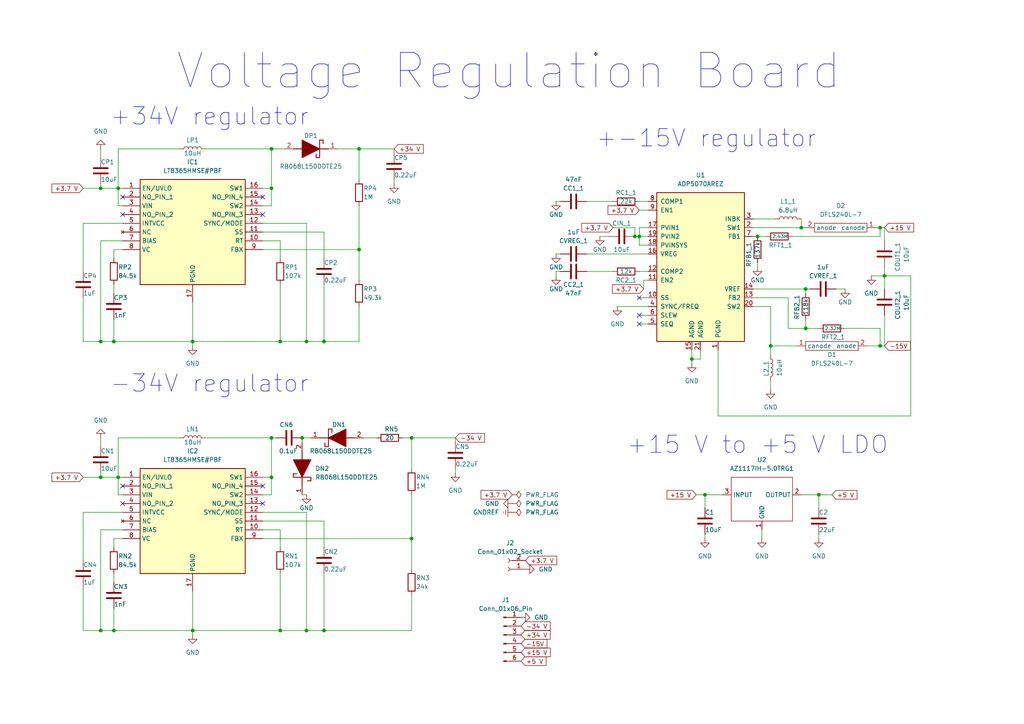
<source format=kicad_sch>
(kicad_sch (version 20230121) (generator eeschema)
  (paper "A4")
  (lib_symbols
    (symbol "Connector:Conn_01x02_Socket" (pin_names (offset 1.016) hide)
      (property "Reference" "J" (at 0 2.54 0))
      (property "Value" "Conn_01x02_Socket" (at 0 -5.08 0))
      (symbol "Conn_01x02_Socket_1_1"
        (arc (start 0 -2.032) (mid -0.5058 -2.54) (end 0 -3.048) (stroke (width 0.1524)))
        (polyline (pts (xy -1.27 -2.54) (xy -0.508 -2.54)) (stroke (width 0.1524)))
        (polyline (pts (xy -1.27 0) (xy -0.508 0)) (stroke (width 0.1524)))
        (arc (start 0 0.508) (mid -0.5058 0) (end 0 -0.508) (stroke (width 0.1524)))
        (pin passive line (at -5.08 0 0) (length 3.81) (name "Pin_1") (number "1"))
        (pin passive line (at -5.08 -2.54 0) (length 3.81) (name "Pin_2") (number "2"))
      )
    )
    (symbol "Connector:Conn_01x06_Pin" (pin_names (offset 1.016) hide)
      (property "Reference" "J" (at 0 7.62 0))
      (property "Value" "Conn_01x06_Pin" (at 0 -10.16 0))
      (symbol "Conn_01x06_Pin_1_1"
        (polyline (pts (xy 1.27 -7.62) (xy 0.8636 -7.62)) (stroke (width 0.1524)))
        (polyline (pts (xy 1.27 -5.08) (xy 0.8636 -5.08)) (stroke (width 0.1524)))
        (polyline (pts (xy 1.27 -2.54) (xy 0.8636 -2.54)) (stroke (width 0.1524)))
        (polyline (pts (xy 1.27 0) (xy 0.8636 0)) (stroke (width 0.1524)))
        (polyline (pts (xy 1.27 2.54) (xy 0.8636 2.54)) (stroke (width 0.1524)))
        (polyline (pts (xy 1.27 5.08) (xy 0.8636 5.08)) (stroke (width 0.1524)))
        (rectangle (start 0.8636 -7.493) (end 0 -7.747) (stroke (width 0.1524)) (fill (type outline)))
        (rectangle (start 0.8636 -4.953) (end 0 -5.207) (stroke (width 0.1524)) (fill (type outline)))
        (rectangle (start 0.8636 -2.413) (end 0 -2.667) (stroke (width 0.1524)) (fill (type outline)))
        (rectangle (start 0.8636 0.127) (end 0 -0.127) (stroke (width 0.1524)) (fill (type outline)))
        (rectangle (start 0.8636 2.667) (end 0 2.413) (stroke (width 0.1524)) (fill (type outline)))
        (rectangle (start 0.8636 5.207) (end 0 4.953) (stroke (width 0.1524)) (fill (type outline)))
        (pin passive line (at 5.08 5.08 180) (length 3.81) (name "Pin_1") (number "1"))
        (pin passive line (at 5.08 2.54 180) (length 3.81) (name "Pin_2") (number "2"))
        (pin passive line (at 5.08 0 180) (length 3.81) (name "Pin_3") (number "3"))
        (pin passive line (at 5.08 -2.54 180) (length 3.81) (name "Pin_4") (number "4"))
        (pin passive line (at 5.08 -5.08 180) (length 3.81) (name "Pin_5") (number "5"))
        (pin passive line (at 5.08 -7.62 180) (length 3.81) (name "Pin_6") (number "6"))
      )
    )
    (symbol "Device:C" (pin_numbers hide) (pin_names (offset 0.254))
      (property "Reference" "C" (at 0.635 2.54 0))
      (property "Value" "C" (at 0.635 -2.54 0))
      (symbol "C_0_1"
        (polyline (pts (xy -2.032 -0.762) (xy 2.032 -0.762)) (stroke (width 0.508)))
        (polyline (pts (xy -2.032 0.762) (xy 2.032 0.762)) (stroke (width 0.508)))
      )
      (symbol "C_1_1"
        (pin passive line (at 0 3.81 270) (length 2.794) (name "~") (number "1"))
        (pin passive line (at 0 -3.81 90) (length 2.794) (name "~") (number "2"))
      )
    )
    (symbol "Device:L" (pin_numbers hide) (pin_names (offset 1.016) hide)
      (property "Reference" "L" (at -1.27 0 90))
      (property "Value" "L" (at 1.905 0 90))
      (symbol "L_0_1"
        (arc (start 0 -2.54) (mid 0.6323 -1.905) (end 0 -1.27))
        (arc (start 0 -1.27) (mid 0.6323 -0.635) (end 0 0))
        (arc (start 0 0) (mid 0.6323 0.635) (end 0 1.27))
        (arc (start 0 1.27) (mid 0.6323 1.905) (end 0 2.54))
      )
      (symbol "L_1_1"
        (pin passive line (at 0 3.81 270) (length 1.27) (name "1") (number "1"))
        (pin passive line (at 0 -3.81 90) (length 1.27) (name "2") (number "2"))
      )
    )
    (symbol "Device:R" (pin_numbers hide) (pin_names (offset 0))
      (property "Reference" "R" (at 2.032 0 90))
      (property "Value" "R" (at 0 0 90))
      (symbol "R_0_1"
        (rectangle (start -1.016 -2.54) (end 1.016 2.54) (stroke (width 0.254)))
      )
      (symbol "R_1_1"
        (pin passive line (at 0 3.81 270) (length 1.27) (name "~") (number "1"))
        (pin passive line (at 0 -3.81 90) (length 1.27) (name "~") (number "2"))
      )
    )
    (symbol "Diode:DFLS240L-7"
      (property "Reference" "D" (at 3.81 6.35 0))
      (property "Value" "DFLS240L-7" (at 3.81 1.27 0))
      (symbol "DFLS240L-7_0_1"
        (rectangle (start -3.81 5.08) (end 11.43 2.54))
      )
      (symbol "DFLS240L-7_1_1"
        (pin passive line (at -6.35 3.81 0) (length 2.54) (name "canode") (number "1"))
        (pin passive line (at 13.97 3.81 180) (length 2.54) (name "anode") (number "2"))
      )
    )
    (symbol "LT8365HMSE#PBF:LT8365HMSE#PBF"
      (property "Reference" "IC" (at 36.83 7.62 0))
      (property "Value" "LT8365HMSE#PBF" (at 36.83 5.08 0))
      (symbol "LT8365HMSE#PBF_1_1"
        (rectangle (start 5.08 2.54) (end 35.56 -27.94) (stroke (width 0.254)) (fill (type background)))
        (pin passive line (at 0 0 0) (length 5.08) (name "EN/UVLO") (number "1"))
        (pin passive line (at 40.64 -15.24 180) (length 5.08) (name "RT") (number "10"))
        (pin passive line (at 40.64 -12.7 180) (length 5.08) (name "SS") (number "11"))
        (pin passive line (at 40.64 -10.16 180) (length 5.08) (name "SYNC/MODE") (number "12"))
        (pin passive line (at 40.64 -7.62 180) (length 5.08) (name "NO_PIN_3") (number "13"))
        (pin passive line (at 40.64 -5.08 180) (length 5.08) (name "SW2") (number "14"))
        (pin passive line (at 40.64 -2.54 180) (length 5.08) (name "NO_PIN_4") (number "15"))
        (pin passive line (at 40.64 0 180) (length 5.08) (name "SW1") (number "16"))
        (pin passive line (at 20.32 -33.02 90) (length 5.08) (name "PGND") (number "17"))
        (pin passive line (at 0 -2.54 0) (length 5.08) (name "NO_PIN_1") (number "2"))
        (pin passive line (at 0 -5.08 0) (length 5.08) (name "VIN") (number "3"))
        (pin passive line (at 0 -7.62 0) (length 5.08) (name "NO_PIN_2") (number "4"))
        (pin passive line (at 0 -10.16 0) (length 5.08) (name "INTVCC") (number "5"))
        (pin no_connect line (at 0 -12.7 0) (length 5.08) (name "NC") (number "6"))
        (pin passive line (at 0 -15.24 0) (length 5.08) (name "BIAS") (number "7"))
        (pin passive line (at 0 -17.78 0) (length 5.08) (name "VC") (number "8"))
        (pin passive line (at 40.64 -17.78 180) (length 5.08) (name "FBX") (number "9"))
      )
    )
    (symbol "New:AZ1117IH-5.0TRG1"
      (property "Reference" "U" (at 6.35 0 0))
      (property "Value" "AZ1117IH-5.0TRG1" (at 6.35 -2.54 0))
      (symbol "AZ1117IH-5.0TRG1_0_1"
        (rectangle (start -2.54 -3.81) (end 15.24 -16.51))
      )
      (symbol "AZ1117IH-5.0TRG1_1_1"
        (pin input line (at 6.35 -19.05 90) (length 2.54) (name "GND") (number "1"))
        (pin output line (at 17.78 -8.89 180) (length 2.54) (name "OUTPUT") (number "2"))
        (pin input line (at -5.08 -8.89 0) (length 2.54) (name "INPUT") (number "3"))
      )
    )
    (symbol "RB068L150DDTE25:RB068L150DDTE25" (pin_names hide)
      (property "Reference" "D" (at 12.7 8.89 0))
      (property "Value" "RB068L150DDTE25" (at 12.7 6.35 0))
      (symbol "RB068L150DDTE25_1_1"
        (polyline (pts (xy 5.08 0) (xy 7.62 0)) (stroke (width 0.254)))
        (polyline (pts (xy 6.604 -1.524) (xy 6.604 -2.54)) (stroke (width 0.254)))
        (polyline (pts (xy 7.62 -2.54) (xy 6.604 -2.54)) (stroke (width 0.254)))
        (polyline (pts (xy 7.62 2.54) (xy 7.62 -2.54)) (stroke (width 0.254)))
        (polyline (pts (xy 7.62 2.54) (xy 8.636 2.54)) (stroke (width 0.254)))
        (polyline (pts (xy 8.636 1.524) (xy 8.636 2.54)) (stroke (width 0.254)))
        (polyline (pts (xy 12.7 0) (xy 15.24 0)) (stroke (width 0.254)))
        (polyline (pts (xy 7.62 0) (xy 12.7 2.54) (xy 12.7 -2.54) (xy 7.62 0)) (stroke (width 0.254)) (fill (type outline)))
        (pin passive line (at 2.54 0 0) (length 2.54) (name "K") (number "1"))
        (pin passive line (at 17.78 0 180) (length 2.54) (name "A") (number "2"))
      )
    )
    (symbol "Regulator_Switching:ADP5070AREZ" (pin_names (offset 1.016))
      (property "Reference" "U" (at -12.7 24.13 0))
      (property "Value" "ADP5070AREZ" (at 12.7 24.13 0))
      (symbol "ADP5070AREZ_0_1"
        (rectangle (start -12.7 22.86) (end 12.7 -20.32) (stroke (width 0.254)) (fill (type background)))
      )
      (symbol "ADP5070AREZ_1_1"
        (pin power_in line (at 5.08 -22.86 90) (length 2.54) (name "PGND") (number "1"))
        (pin passive line (at -15.24 -7.62 0) (length 2.54) (name "SS") (number "10"))
        (pin input line (at -15.24 -2.54 0) (length 2.54) (name "EN2") (number "11"))
        (pin passive line (at -15.24 0 0) (length 2.54) (name "COMP2") (number "12"))
        (pin input line (at 15.24 -7.62 180) (length 2.54) (name "FB2") (number "13"))
        (pin output line (at 15.24 -5.08 180) (length 2.54) (name "VREF") (number "14"))
        (pin power_in line (at -2.54 -22.86 90) (length 2.54) (name "AGND") (number "15"))
        (pin output line (at -15.24 5.08 0) (length 2.54) (name "VREG") (number "16"))
        (pin power_in line (at -15.24 12.7 0) (length 2.54) (name "PVIN1") (number "17"))
        (pin power_in line (at -15.24 7.62 0) (length 2.54) (name "PVINSYS") (number "18"))
        (pin power_in line (at -15.24 10.16 0) (length 2.54) (name "PVIN2") (number "19"))
        (pin power_out line (at 15.24 12.7 180) (length 2.54) (name "SW1") (number "2"))
        (pin power_out line (at 15.24 -10.16 180) (length 2.54) (name "SW2") (number "20"))
        (pin power_in line (at 0 -22.86 90) (length 2.54) (name "AGND") (number "21"))
        (pin power_out line (at 15.24 15.24 180) (length 2.54) (name "INBK") (number "3"))
        (pin input line (at -15.24 -10.16 0) (length 2.54) (name "SYNC/FREQ") (number "4"))
        (pin input line (at -15.24 -15.24 0) (length 2.54) (name "SEQ") (number "5"))
        (pin input line (at -15.24 -12.7 0) (length 2.54) (name "SLEW") (number "6"))
        (pin input line (at 15.24 10.16 180) (length 2.54) (name "FB1") (number "7"))
        (pin passive line (at -15.24 20.32 0) (length 2.54) (name "COMP1") (number "8"))
        (pin input line (at -15.24 17.78 0) (length 2.54) (name "EN1") (number "9"))
      )
    )
    (symbol "power:GND" (power) (pin_names (offset 0))
      (property "Value" "GND" (at 0 -3.81 0))
      (symbol "GND_0_1"
        (polyline (pts (xy 0 0) (xy 0 -1.27) (xy 1.27 -1.27) (xy 0 -2.54) (xy -1.27 -1.27) (xy 0 -1.27)))
      )
      (symbol "GND_1_1"
        (pin power_in line (at 0 0 270) (length 0) hide (name "GND") (number "1"))
      )
    )
    (symbol "power:GNDREF" (power) (pin_names (offset 0))
      (property "Value" "GNDREF" (at 0 -3.81 0))
      (symbol "GNDREF_0_1"
        (polyline (pts (xy -0.635 -1.905) (xy 0.635 -1.905)))
        (polyline (pts (xy -0.127 -2.54) (xy 0.127 -2.54)))
        (polyline (pts (xy 0 -1.27) (xy 0 0)))
        (polyline (pts (xy 1.27 -1.27) (xy -1.27 -1.27)))
      )
      (symbol "GNDREF_1_1"
        (pin power_in line (at 0 0 270) (length 0) hide (name "GNDREF") (number "1"))
      )
    )
    (symbol "power:PWR_FLAG" (power) (pin_numbers hide) (pin_names (offset 0) hide)
      (property "Value" "PWR_FLAG" (at 0 3.81 0))
      (symbol "PWR_FLAG_0_0"
        (pin power_out line (at 0 0 90) (length 0) (name "pwr") (number "1"))
      )
      (symbol "PWR_FLAG_0_1"
        (polyline (pts (xy 0 0) (xy 0 1.27) (xy -1.016 1.905) (xy 0 2.54) (xy 1.016 1.905) (xy 0 1.27)))
      )
    )
  )
  (junction (at 34.29 54.61))
  (junction (at 29.21 99.06))
  (junction (at 88.9 99.06))
  (junction (at 255.27 100.33))
  (junction (at 88.9 182.88))
  (junction (at 78.74 54.61))
  (junction (at 29.21 138.43))
  (junction (at 119.38 156.21))
  (junction (at 78.74 127))
  (junction (at 93.98 99.06))
  (junction (at 233.68 95.25))
  (junction (at 233.68 83.82))
  (junction (at 29.21 182.88))
  (junction (at 78.74 138.43))
  (junction (at 29.21 54.61))
  (junction (at 104.14 72.39))
  (junction (at 81.28 99.06))
  (junction (at 33.02 99.06))
  (junction (at 184.15 68.58))
  (junction (at 223.52 100.33))
  (junction (at 33.02 182.88))
  (junction (at 93.98 182.88))
  (junction (at 55.88 182.88))
  (junction (at 34.29 138.43))
  (junction (at 87.63 127))
  (junction (at 256.54 80.01))
  (junction (at 219.71 68.58))
  (junction (at 55.88 99.06))
  (junction (at 232.41 66.04))
  (junction (at 78.74 43.18))
  (junction (at 204.47 143.51))
  (junction (at 119.38 127))
  (junction (at 104.14 43.18))
  (junction (at 81.28 182.88))
  (junction (at 255.27 66.04))
  (junction (at 237.49 143.51))
  (junction (at 185.42 68.58))
  (junction (at 200.66 104.14))
  (no_connect (at 185.42 91.44))
  (no_connect (at 76.2 146.05))
  (no_connect (at 185.42 86.36))
  (no_connect (at 185.42 93.98))
  (no_connect (at 35.56 57.15))
  (no_connect (at 35.56 62.23))
  (no_connect (at 76.2 57.15))
  (no_connect (at 76.2 140.97))
  (no_connect (at 35.56 146.05))
  (no_connect (at 35.56 140.97))
  (no_connect (at 76.2 62.23))
  (wire (pts (xy 35.56 148.59) (xy 24.13 148.59)))
  (wire (pts (xy 237.49 154.94) (xy 237.49 156.21)))
  (wire (pts (xy 35.56 54.61) (xy 34.29 54.61)))
  (wire (pts (xy 78.74 43.18) (xy 82.55 43.18)))
  (wire (pts (xy 35.56 69.85) (xy 29.21 69.85)))
  (wire (pts (xy 185.42 91.44) (xy 187.96 91.44)))
  (wire (pts (xy 228.6 95.25) (xy 233.68 95.25)))
  (wire (pts (xy 104.14 59.69) (xy 104.14 72.39)))
  (wire (pts (xy 256.54 66.04) (xy 255.27 66.04)))
  (wire (pts (xy 78.74 43.18) (xy 78.74 54.61)))
  (wire (pts (xy 185.42 86.36) (xy 187.96 86.36)))
  (wire (pts (xy 264.16 80.01) (xy 256.54 80.01)))
  (wire (pts (xy 35.56 59.69) (xy 34.29 59.69)))
  (wire (pts (xy 33.02 156.21) (xy 33.02 158.75)))
  (wire (pts (xy 173.99 68.58) (xy 176.53 68.58)))
  (wire (pts (xy 185.42 93.98) (xy 187.96 93.98)))
  (wire (pts (xy 34.29 143.51) (xy 34.29 138.43)))
  (wire (pts (xy 185.42 78.74) (xy 187.96 78.74)))
  (wire (pts (xy 35.56 143.51) (xy 34.29 143.51)))
  (wire (pts (xy 93.98 99.06) (xy 88.9 99.06)))
  (wire (pts (xy 223.52 100.33) (xy 231.14 100.33)))
  (wire (pts (xy 187.96 66.04) (xy 185.42 66.04)))
  (wire (pts (xy 119.38 143.51) (xy 119.38 156.21)))
  (wire (pts (xy 34.29 43.18) (xy 34.29 54.61)))
  (wire (pts (xy 104.14 72.39) (xy 104.14 81.28)))
  (wire (pts (xy 24.13 99.06) (xy 29.21 99.06)))
  (wire (pts (xy 35.56 153.67) (xy 29.21 153.67)))
  (wire (pts (xy 264.16 120.65) (xy 264.16 80.01)))
  (wire (pts (xy 29.21 54.61) (xy 29.21 53.34)))
  (wire (pts (xy 251.46 100.33) (xy 255.27 100.33)))
  (wire (pts (xy 29.21 138.43) (xy 29.21 137.16)))
  (wire (pts (xy 237.49 143.51) (xy 237.49 147.32)))
  (wire (pts (xy 203.2 101.6) (xy 203.2 104.14)))
  (wire (pts (xy 218.44 83.82) (xy 233.68 83.82)))
  (wire (pts (xy 200.66 101.6) (xy 200.66 104.14)))
  (wire (pts (xy 256.54 100.33) (xy 256.54 91.44)))
  (wire (pts (xy 24.13 170.18) (xy 24.13 182.88)))
  (wire (pts (xy 55.88 171.45) (xy 55.88 182.88)))
  (wire (pts (xy 76.2 64.77) (xy 88.9 64.77)))
  (wire (pts (xy 219.71 68.58) (xy 222.25 68.58)))
  (wire (pts (xy 24.13 182.88) (xy 29.21 182.88)))
  (wire (pts (xy 88.9 64.77) (xy 88.9 99.06)))
  (wire (pts (xy 29.21 69.85) (xy 29.21 99.06)))
  (wire (pts (xy 59.69 127) (xy 78.74 127)))
  (wire (pts (xy 33.02 166.37) (xy 33.02 168.91)))
  (wire (pts (xy 177.8 66.04) (xy 184.15 66.04)))
  (wire (pts (xy 208.28 120.65) (xy 264.16 120.65)))
  (wire (pts (xy 218.44 66.04) (xy 232.41 66.04)))
  (wire (pts (xy 252.73 80.01) (xy 256.54 80.01)))
  (wire (pts (xy 76.2 143.51) (xy 78.74 143.51)))
  (wire (pts (xy 119.38 172.72) (xy 119.38 182.88)))
  (wire (pts (xy 208.28 101.6) (xy 208.28 120.65)))
  (wire (pts (xy 187.96 71.12) (xy 185.42 71.12)))
  (wire (pts (xy 187.96 81.28) (xy 186.69 81.28)))
  (wire (pts (xy 93.98 182.88) (xy 88.9 182.88)))
  (wire (pts (xy 256.54 100.33) (xy 255.27 100.33)))
  (wire (pts (xy 76.2 67.31) (xy 93.98 67.31)))
  (wire (pts (xy 33.02 82.55) (xy 33.02 85.09)))
  (wire (pts (xy 170.18 78.74) (xy 177.8 78.74)))
  (wire (pts (xy 33.02 182.88) (xy 55.88 182.88)))
  (wire (pts (xy 33.02 99.06) (xy 55.88 99.06)))
  (wire (pts (xy 81.28 166.37) (xy 81.28 182.88)))
  (wire (pts (xy 114.3 44.45) (xy 114.3 43.18)))
  (wire (pts (xy 255.27 68.58) (xy 255.27 66.04)))
  (wire (pts (xy 105.41 127) (xy 109.22 127)))
  (wire (pts (xy 78.74 54.61) (xy 76.2 54.61)))
  (wire (pts (xy 29.21 54.61) (xy 34.29 54.61)))
  (wire (pts (xy 29.21 138.43) (xy 34.29 138.43)))
  (wire (pts (xy 204.47 143.51) (xy 204.47 147.32)))
  (wire (pts (xy 81.28 69.85) (xy 81.28 74.93)))
  (wire (pts (xy 78.74 138.43) (xy 76.2 138.43)))
  (wire (pts (xy 87.63 127) (xy 87.63 128.27)))
  (wire (pts (xy 29.21 43.18) (xy 29.21 45.72)))
  (wire (pts (xy 201.93 143.51) (xy 204.47 143.51)))
  (wire (pts (xy 33.02 156.21) (xy 35.56 156.21)))
  (wire (pts (xy 81.28 182.88) (xy 88.9 182.88)))
  (wire (pts (xy 93.98 151.13) (xy 93.98 158.75)))
  (wire (pts (xy 254 66.04) (xy 255.27 66.04)))
  (wire (pts (xy 223.52 100.33) (xy 223.52 88.9)))
  (wire (pts (xy 104.14 88.9) (xy 104.14 99.06)))
  (wire (pts (xy 185.42 66.04) (xy 185.42 68.58)))
  (wire (pts (xy 29.21 153.67) (xy 29.21 182.88)))
  (wire (pts (xy 78.74 127) (xy 78.74 138.43)))
  (wire (pts (xy 76.2 59.69) (xy 78.74 59.69)))
  (wire (pts (xy 204.47 143.51) (xy 209.55 143.51)))
  (wire (pts (xy 33.02 72.39) (xy 33.02 74.93)))
  (wire (pts (xy 52.07 127) (xy 34.29 127)))
  (wire (pts (xy 256.54 80.01) (xy 256.54 83.82)))
  (wire (pts (xy 237.49 143.51) (xy 241.3 143.51)))
  (wire (pts (xy 233.68 83.82) (xy 233.68 85.09)))
  (wire (pts (xy 200.66 104.14) (xy 200.66 105.41)))
  (wire (pts (xy 119.38 127) (xy 132.08 127)))
  (wire (pts (xy 76.2 72.39) (xy 104.14 72.39)))
  (wire (pts (xy 97.79 43.18) (xy 104.14 43.18)))
  (wire (pts (xy 55.88 182.88) (xy 81.28 182.88)))
  (wire (pts (xy 185.42 68.58) (xy 187.96 68.58)))
  (wire (pts (xy 24.13 138.43) (xy 29.21 138.43)))
  (wire (pts (xy 33.02 72.39) (xy 35.56 72.39)))
  (wire (pts (xy 78.74 59.69) (xy 78.74 54.61)))
  (wire (pts (xy 76.2 156.21) (xy 119.38 156.21)))
  (wire (pts (xy 245.11 95.25) (xy 255.27 95.25)))
  (wire (pts (xy 76.2 69.85) (xy 81.28 69.85)))
  (wire (pts (xy 218.44 68.58) (xy 219.71 68.58)))
  (wire (pts (xy 184.15 68.58) (xy 185.42 68.58)))
  (wire (pts (xy 204.47 154.94) (xy 204.47 156.21)))
  (wire (pts (xy 76.2 151.13) (xy 93.98 151.13)))
  (wire (pts (xy 233.68 83.82) (xy 234.95 83.82)))
  (wire (pts (xy 35.56 138.43) (xy 34.29 138.43)))
  (wire (pts (xy 186.69 81.28) (xy 186.69 83.82)))
  (wire (pts (xy 233.68 92.71) (xy 233.68 95.25)))
  (wire (pts (xy 76.2 153.67) (xy 81.28 153.67)))
  (wire (pts (xy 76.2 148.59) (xy 88.9 148.59)))
  (wire (pts (xy 233.68 95.25) (xy 237.49 95.25)))
  (wire (pts (xy 185.42 58.42) (xy 187.96 58.42)))
  (wire (pts (xy 256.54 77.47) (xy 256.54 80.01)))
  (wire (pts (xy 24.13 54.61) (xy 29.21 54.61)))
  (wire (pts (xy 29.21 127) (xy 29.21 129.54)))
  (wire (pts (xy 228.6 86.36) (xy 228.6 95.25)))
  (wire (pts (xy 220.98 153.67) (xy 220.98 156.21)))
  (wire (pts (xy 132.08 135.89) (xy 132.08 137.16)))
  (wire (pts (xy 88.9 148.59) (xy 88.9 182.88)))
  (wire (pts (xy 33.02 92.71) (xy 33.02 99.06)))
  (wire (pts (xy 34.29 59.69) (xy 34.29 54.61)))
  (wire (pts (xy 93.98 166.37) (xy 93.98 182.88)))
  (wire (pts (xy 93.98 67.31) (xy 93.98 74.93)))
  (wire (pts (xy 59.69 43.18) (xy 78.74 43.18)))
  (wire (pts (xy 184.15 66.04) (xy 184.15 68.58)))
  (wire (pts (xy 179.07 88.9) (xy 187.96 88.9)))
  (wire (pts (xy 29.21 182.88) (xy 33.02 182.88)))
  (wire (pts (xy 255.27 95.25) (xy 255.27 100.33)))
  (wire (pts (xy 161.29 78.74) (xy 161.29 80.01)))
  (wire (pts (xy 162.56 78.74) (xy 161.29 78.74)))
  (wire (pts (xy 88.9 143.51) (xy 87.63 143.51)))
  (wire (pts (xy 223.52 110.49) (xy 223.52 113.03)))
  (wire (pts (xy 52.07 43.18) (xy 34.29 43.18)))
  (wire (pts (xy 34.29 127) (xy 34.29 138.43)))
  (wire (pts (xy 104.14 43.18) (xy 114.3 43.18)))
  (wire (pts (xy 203.2 104.14) (xy 200.66 104.14)))
  (wire (pts (xy 24.13 64.77) (xy 24.13 78.74)))
  (wire (pts (xy 93.98 82.55) (xy 93.98 99.06)))
  (wire (pts (xy 229.87 68.58) (xy 255.27 68.58)))
  (wire (pts (xy 55.88 184.15) (xy 55.88 182.88)))
  (wire (pts (xy 80.01 127) (xy 78.74 127)))
  (wire (pts (xy 81.28 153.67) (xy 81.28 158.75)))
  (wire (pts (xy 114.3 52.07) (xy 114.3 53.34)))
  (wire (pts (xy 223.52 88.9) (xy 218.44 88.9)))
  (wire (pts (xy 116.84 127) (xy 119.38 127)))
  (wire (pts (xy 170.18 58.42) (xy 177.8 58.42)))
  (wire (pts (xy 119.38 182.88) (xy 93.98 182.88)))
  (wire (pts (xy 162.56 58.42) (xy 161.29 58.42)))
  (wire (pts (xy 24.13 148.59) (xy 24.13 162.56)))
  (wire (pts (xy 232.41 66.04) (xy 233.68 66.04)))
  (wire (pts (xy 119.38 156.21) (xy 119.38 165.1)))
  (wire (pts (xy 24.13 86.36) (xy 24.13 99.06)))
  (wire (pts (xy 104.14 52.07) (xy 104.14 43.18)))
  (wire (pts (xy 232.41 63.5) (xy 232.41 66.04)))
  (wire (pts (xy 55.88 87.63) (xy 55.88 99.06)))
  (wire (pts (xy 78.74 143.51) (xy 78.74 138.43)))
  (wire (pts (xy 81.28 82.55) (xy 81.28 99.06)))
  (wire (pts (xy 104.14 99.06) (xy 93.98 99.06)))
  (wire (pts (xy 81.28 99.06) (xy 88.9 99.06)))
  (wire (pts (xy 185.42 60.96) (xy 187.96 60.96)))
  (wire (pts (xy 256.54 69.85) (xy 256.54 66.04)))
  (wire (pts (xy 162.56 73.66) (xy 161.29 73.66)))
  (wire (pts (xy 242.57 83.82) (xy 245.11 83.82)))
  (wire (pts (xy 232.41 143.51) (xy 237.49 143.51)))
  (wire (pts (xy 185.42 71.12) (xy 185.42 68.58)))
  (wire (pts (xy 33.02 176.53) (xy 33.02 182.88)))
  (wire (pts (xy 219.71 76.2) (xy 219.71 77.47)))
  (wire (pts (xy 132.08 128.27) (xy 132.08 127)))
  (wire (pts (xy 223.52 102.87) (xy 223.52 100.33)))
  (wire (pts (xy 119.38 135.89) (xy 119.38 127)))
  (wire (pts (xy 218.44 63.5) (xy 224.79 63.5)))
  (wire (pts (xy 87.63 127) (xy 90.17 127)))
  (wire (pts (xy 29.21 99.06) (xy 33.02 99.06)))
  (wire (pts (xy 55.88 100.33) (xy 55.88 99.06)))
  (wire (pts (xy 218.44 86.36) (xy 228.6 86.36)))
  (wire (pts (xy 35.56 64.77) (xy 24.13 64.77)))
  (wire (pts (xy 170.18 73.66) (xy 187.96 73.66)))
  (wire (pts (xy 55.88 99.06) (xy 81.28 99.06)))
  (text "Voltage Regulation Board" (at 50.8 26.67 0) (effects (font (size 10 10)) (justify left bottom)))
  (text "+34V regulator" (at 31.75 36.83 0) (effects (font (size 5 5)) (justify left bottom)))
  (text "+-15V regulator" (at 172.72 43.18 0) (effects (font (size 5 5)) (justify left bottom)))
  (text "-34V regulator" (at 31.75 114.3 0) (effects (font (size 5 5)) (justify left bottom)))
  (text "+15 V to +5 V LDO" (at 181.61 132.08 0) (effects (font (size 5 5)) (justify left bottom)))
  (global_label "+15 V" (shape input) (at 151.13 189.23 0) (property "Intersheetrefs" "${INTERSHEET_REFS}" (effects hide)))
  (global_label "+3.7 V" (shape input) (at 185.42 60.96 180) (property "Intersheetrefs" "${INTERSHEET_REFS}" (effects hide)))
  (global_label "+3.7 V" (shape input) (at 177.8 66.04 180) (property "Intersheetrefs" "${INTERSHEET_REFS}" (effects hide)))
  (global_label "+3.7 V" (shape input) (at 24.13 54.61 180) (property "Intersheetrefs" "${INTERSHEET_REFS}" (effects hide)))
  (global_label "+3.7 V" (shape input) (at 152.4 162.56 0) (property "Intersheetrefs" "${INTERSHEET_REFS}" (effects hide)))
  (global_label "+5 V" (shape input) (at 241.3 143.51 0) (property "Intersheetrefs" "${INTERSHEET_REFS}" (effects hide)))
  (global_label "-34 V" (shape input) (at 132.08 127 0) (property "Intersheetrefs" "${INTERSHEET_REFS}" (effects hide)))
  (global_label "+5 V" (shape input) (at 151.13 191.77 0) (property "Intersheetrefs" "${INTERSHEET_REFS}" (effects hide)))
  (global_label "-15V" (shape input) (at 151.13 186.69 0) (property "Intersheetrefs" "${INTERSHEET_REFS}" (effects hide)))
  (global_label "+3.7 V" (shape input) (at 186.69 83.82 180) (property "Intersheetrefs" "${INTERSHEET_REFS}" (effects hide)))
  (global_label "+15 V" (shape input) (at 201.93 143.51 180) (property "Intersheetrefs" "${INTERSHEET_REFS}" (effects hide)))
  (global_label "-15V" (shape input) (at 256.54 100.33 0) (property "Intersheetrefs" "${INTERSHEET_REFS}" (effects hide)))
  (global_label "-34 V" (shape input) (at 151.13 181.61 0) (property "Intersheetrefs" "${INTERSHEET_REFS}" (effects hide)))
  (global_label "+3.7 V" (shape input) (at 148.59 143.51 180) (property "Intersheetrefs" "${INTERSHEET_REFS}" (effects hide)))
  (global_label "+15 V" (shape input) (at 256.54 66.04 0) (property "Intersheetrefs" "${INTERSHEET_REFS}" (effects hide)))
  (global_label "+34 V" (shape input) (at 114.3 43.18 0) (property "Intersheetrefs" "${INTERSHEET_REFS}" (effects hide)))
  (global_label "+34 V" (shape input) (at 151.13 184.15 0) (property "Intersheetrefs" "${INTERSHEET_REFS}" (effects hide)))
  (global_label "+3.7 V" (shape input) (at 24.13 138.43 180) (property "Intersheetrefs" "${INTERSHEET_REFS}" (effects hide)))
  (symbol (lib_id "Device:R") (at 219.71 72.39 0) (unit 1)
    (property "Reference" "RFB1_1" (at 217.17 77.47 90) (effects (justify left)))
    (property "Value" "137k" (at 219.71 74.93 90) (effects (justify left)))
    (property "Footprint" "Resistor_SMD:R_0805_2012Metric_Pad1.20x1.40mm_HandSolder" (effects hide))
  )
  (symbol (lib_id "power:GND") (at 200.66 105.41 0) (unit 1)
    (property "Reference" "#PWR07" (effects hide))
    (property "Value" "GND" (at 200.66 110.49 0))
  )
  (symbol (lib_id "power:GND") (at 204.47 156.21 0) (unit 1)
    (property "Reference" "#PWR06" (effects hide))
    (property "Value" "GND" (at 204.47 161.29 0))
  )
  (symbol (lib_id "Device:C") (at 166.37 73.66 90) (unit 1)
    (property "Reference" "CVREG_1" (at 166.37 69.85 90))
    (property "Value" "1uF" (at 166.37 67.31 90))
    (property "Footprint" "Capacitor_SMD:C_0805_2012Metric_Pad1.18x1.45mm_HandSolder" (effects hide))
  )
  (symbol (lib_id "Device:R") (at 119.38 139.7 0) (unit 1)
    (property "Reference" "RN4" (at 120.65 138.43 0) (effects (justify left)))
    (property "Value" "1M" (at 120.65 140.97 0) (effects (justify left)))
    (property "Footprint" "Resistor_SMD:R_0805_2012Metric_Pad1.20x1.40mm_HandSolder" (effects hide))
  )
  (symbol (lib_id "LT8365HMSE#PBF:LT8365HMSE#PBF") (at 35.56 54.61 0) (unit 1)
    (property "Reference" "IC1" (at 55.88 46.99 0))
    (property "Value" "LT8365HMSE#PBF" (at 55.88 49.53 0))
    (property "Footprint" "LT8365:SOP50P490X110-17N" (effects hide))
    (property "Datasheet" "https://www.analog.com/media/en/technical-documentation/data-sheets/LT8365.pdf" (effects hide))
    (property "Height" "1.1" (effects hide))
    (property "Mouser Part Number" "584-LT8365HMSE#PBF" (effects hide))
    (property "Mouser Price/Stock" "https://www.mouser.co.uk/ProductDetail/Analog-Devices/LT8365HMSEPBF?qs=GBLSl2Akirvi5%252BAyHwg2vw%3D%3D" (effects hide))
    (property "Manufacturer_Name" "Analog Devices" (effects hide))
    (property "Manufacturer_Part_Number" "LT8365HMSE#PBF" (effects hide))
  )
  (symbol (lib_id "Device:C") (at 166.37 78.74 90) (unit 1)
    (property "Reference" "CC2_1" (at 166.37 82.55 90))
    (property "Value" "47nF" (at 166.37 85.09 90))
    (property "Footprint" "Capacitor_SMD:C_0805_2012Metric_Pad1.18x1.45mm_HandSolder" (effects hide))
  )
  (symbol (lib_id "Device:C") (at 114.3 48.26 0) (unit 1)
    (property "Reference" "CP5" (at 114.3 45.72 0) (effects (justify left)))
    (property "Value" "0.22uF" (at 114.3 50.8 0) (effects (justify left)))
    (property "Footprint" "Capacitor_SMD:C_0805_2012Metric_Pad1.18x1.45mm_HandSolder" (effects hide))
  )
  (symbol (lib_id "Device:C") (at 29.21 49.53 0) (unit 1)
    (property "Reference" "CP1" (at 29.21 46.99 0) (effects (justify left)))
    (property "Value" "10uF" (at 29.21 52.07 0) (effects (justify left)))
    (property "Footprint" "Capacitor_SMD:C_1210_3225Metric_Pad1.33x2.70mm_HandSolder" (effects hide))
  )
  (symbol (lib_id "Device:C") (at 33.02 172.72 0) (unit 1)
    (property "Reference" "CN3" (at 33.02 170.18 0) (effects (justify left)))
    (property "Value" "1nF" (at 33.02 175.26 0) (effects (justify left)))
    (property "Footprint" "Capacitor_SMD:C_0805_2012Metric_Pad1.18x1.45mm_HandSolder" (effects hide))
  )
  (symbol (lib_id "power:GND") (at 161.29 58.42 0) (unit 1)
    (property "Reference" "#PWR01" (effects hide))
    (property "Value" "GND" (at 161.29 62.23 0))
  )
  (symbol (lib_id "power:PWR_FLAG") (at 148.59 148.59 270) (unit 1)
    (property "Reference" "#FLG03" (effects hide))
    (property "Value" "PWR_FLAG" (at 152.4 148.59 90) (effects (justify left)))
  )
  (symbol (lib_id "power:GNDREF") (at 148.59 148.59 270) (unit 1)
    (property "Reference" "#PWR015" (effects hide))
    (property "Value" "GNDREF" (at 144.78 148.59 90) (effects (justify right)))
  )
  (symbol (lib_id "Device:R") (at 181.61 58.42 90) (unit 1)
    (property "Reference" "RC1_1" (at 181.61 55.88 90))
    (property "Value" "22k" (at 181.61 58.42 90))
    (property "Footprint" "Resistor_SMD:R_0805_2012Metric_Pad1.20x1.40mm_HandSolder" (effects hide))
  )
  (symbol (lib_id "power:GND") (at 152.4 165.1 90) (mirror x) (unit 1)
    (property "Reference" "#PWR017" (effects hide))
    (property "Value" "GND" (at 156.21 165.1 90) (effects (justify right)))
  )
  (symbol (lib_id "Device:R") (at 241.3 95.25 90) (unit 1)
    (property "Reference" "RFT2_1" (at 245.11 97.79 90) (effects (justify left)))
    (property "Value" "2.32M" (at 243.84 95.25 90) (effects (font (size 1 1)) (justify left)))
    (property "Footprint" "Resistor_SMD:R_0805_2012Metric_Pad1.20x1.40mm_HandSolder" (effects hide))
  )
  (symbol (lib_id "Device:R") (at 104.14 55.88 0) (unit 1)
    (property "Reference" "RP4" (at 105.41 54.61 0) (effects (justify left)))
    (property "Value" "1M" (at 105.41 57.15 0) (effects (justify left)))
    (property "Footprint" "Resistor_SMD:R_0805_2012Metric_Pad1.20x1.40mm_HandSolder" (effects hide))
  )
  (symbol (lib_id "Device:L") (at 228.6 63.5 90) (unit 1)
    (property "Reference" "L1_1" (at 228.6 58.42 90))
    (property "Value" "6.8uH" (at 228.6 60.96 90))
    (property "Footprint" "Inductor_SMD:L_Coilcraft_XAL4040-XXX" (effects hide))
  )
  (symbol (lib_id "Device:R") (at 81.28 78.74 0) (unit 1)
    (property "Reference" "RP1" (at 82.55 77.47 0) (effects (justify left)))
    (property "Value" "107k" (at 82.55 80.01 0) (effects (justify left)))
    (property "Footprint" "Resistor_SMD:R_0805_2012Metric_Pad1.20x1.40mm_HandSolder" (effects hide))
  )
  (symbol (lib_id "Device:R") (at 226.06 68.58 90) (unit 1)
    (property "Reference" "RFT1_1" (at 229.87 71.12 90) (effects (justify left)))
    (property "Value" "2.43M" (at 228.6 68.58 90) (effects (font (size 1 1)) (justify left)))
    (property "Footprint" "Resistor_SMD:R_0805_2012Metric_Pad1.20x1.40mm_HandSolder" (effects hide))
  )
  (symbol (lib_id "Device:R") (at 233.68 88.9 0) (unit 1)
    (property "Reference" "RFB2_1" (at 231.14 92.71 90) (effects (justify left)))
    (property "Value" "118k" (at 233.68 91.44 90) (effects (justify left)))
    (property "Footprint" "Resistor_SMD:R_0805_2012Metric_Pad1.20x1.40mm_HandSolder" (effects hide))
  )
  (symbol (lib_id "power:GND") (at 161.29 73.66 0) (unit 1)
    (property "Reference" "#PWR02" (effects hide))
    (property "Value" "GND" (at 161.29 77.47 0))
  )
  (symbol (lib_id "Device:R") (at 33.02 78.74 0) (unit 1)
    (property "Reference" "RP2" (at 34.29 77.47 0) (effects (justify left)))
    (property "Value" "84.5k" (at 34.29 80.01 0) (effects (justify left)))
    (property "Footprint" "Resistor_SMD:R_0805_2012Metric_Pad1.20x1.40mm_HandSolder" (effects hide))
  )
  (symbol (lib_id "Device:C") (at 24.13 82.55 0) (unit 1)
    (property "Reference" "CP4" (at 24.13 80.01 0) (effects (justify left)))
    (property "Value" "1uF" (at 24.13 85.09 0) (effects (justify left)))
    (property "Footprint" "Capacitor_SMD:C_0805_2012Metric_Pad1.18x1.45mm_HandSolder" (effects hide))
  )
  (symbol (lib_id "power:GND") (at 29.21 127 180) (unit 1)
    (property "Reference" "#PWR021" (effects hide))
    (property "Value" "GND" (at 29.21 121.92 0))
  )
  (symbol (lib_id "RB068L150DDTE25:RB068L150DDTE25") (at 87.63 146.05 90) (unit 1)
    (property "Reference" "DN2" (at 91.44 135.89 90) (effects (justify right)))
    (property "Value" "RB068L150DDTE25" (at 91.44 138.43 90) (effects (justify right)))
    (property "Footprint" "RB068L150:DIOM5026X220N" (effects hide))
    (property "Datasheet" "https://fscdn.rohm.com/en/products/databook/datasheet/discrete/diode/schottky_barrier/rb068l150ddte25-e.pdf" (effects hide))
    (property "Height" "2.2" (effects hide))
    (property "Mouser Part Number" "755-RB068L150DDTE25" (effects hide))
    (property "Mouser Price/Stock" "https://www.mouser.co.uk/ProductDetail/ROHM-Semiconductor/RB068L150DDTE25?qs=HXFqYaX1Q2wo%2F7dyRQhxHg%3D%3D" (effects hide))
    (property "Manufacturer_Name" "ROHM Semiconductor" (effects hide))
    (property "Manufacturer_Part_Number" "RB068L150DDTE25" (effects hide))
  )
  (symbol (lib_id "power:GND") (at 55.88 100.33 0) (unit 1)
    (property "Reference" "#PWR018" (effects hide))
    (property "Value" "GND" (at 55.88 105.41 0))
  )
  (symbol (lib_id "RB068L150DDTE25:RB068L150DDTE25") (at 87.63 127 0) (unit 1)
    (property "Reference" "DN1" (at 100.33 123.19 0) (effects (justify right)))
    (property "Value" "RB068L150DDTE25" (at 107.95 130.81 0) (effects (justify right)))
    (property "Footprint" "RB068L150:DIOM5026X220N" (effects hide))
    (property "Datasheet" "https://fscdn.rohm.com/en/products/databook/datasheet/discrete/diode/schottky_barrier/rb068l150ddte25-e.pdf" (effects hide))
    (property "Height" "2.2" (effects hide))
    (property "Mouser Part Number" "755-RB068L150DDTE25" (effects hide))
    (property "Mouser Price/Stock" "https://www.mouser.co.uk/ProductDetail/ROHM-Semiconductor/RB068L150DDTE25?qs=HXFqYaX1Q2wo%2F7dyRQhxHg%3D%3D" (effects hide))
    (property "Manufacturer_Name" "ROHM Semiconductor" (effects hide))
    (property "Manufacturer_Part_Number" "RB068L150DDTE25" (effects hide))
  )
  (symbol (lib_id "power:GND") (at 179.07 88.9 0) (unit 1)
    (property "Reference" "#PWR05" (effects hide))
    (property "Value" "GND" (at 179.07 93.98 0))
  )
  (symbol (lib_id "Device:C") (at 166.37 58.42 90) (unit 1)
    (property "Reference" "CC1_1" (at 166.37 54.61 90))
    (property "Value" "47nF" (at 166.37 52.07 90))
    (property "Footprint" "Capacitor_SMD:C_0805_2012Metric_Pad1.18x1.45mm_HandSolder" (effects hide))
  )
  (symbol (lib_id "power:PWR_FLAG") (at 148.59 143.51 270) (unit 1)
    (property "Reference" "#FLG01" (effects hide))
    (property "Value" "PWR_FLAG" (at 152.4 143.51 90) (effects (justify left)))
  )
  (symbol (lib_id "power:GND") (at 223.52 113.03 0) (unit 1)
    (property "Reference" "#PWR010" (effects hide))
    (property "Value" "GND" (at 223.52 118.11 0))
  )
  (symbol (lib_id "Diode:DFLS240L-7") (at 237.49 104.14 0) (unit 1)
    (property "Reference" "D1" (at 241.3 102.87 0))
    (property "Value" "DFLS240L-7" (at 241.3 105.41 0))
    (property "Footprint" "Diode_SMD:D_PowerDI-123" (effects hide))
  )
  (symbol (lib_id "power:GND") (at 173.99 68.58 0) (unit 1)
    (property "Reference" "#PWR04" (effects hide))
    (property "Value" "GND" (at 173.99 72.39 0))
  )
  (symbol (lib_id "LT8365HMSE#PBF:LT8365HMSE#PBF") (at 35.56 138.43 0) (unit 1)
    (property "Reference" "IC2" (at 55.88 130.81 0))
    (property "Value" "LT8365HMSE#PBF" (at 55.88 133.35 0))
    (property "Footprint" "LT8365:SOP50P490X110-17N" (effects hide))
    (property "Datasheet" "https://www.analog.com/media/en/technical-documentation/data-sheets/LT8365.pdf" (effects hide))
    (property "Height" "1.1" (effects hide))
    (property "Mouser Part Number" "584-LT8365HMSE#PBF" (effects hide))
    (property "Mouser Price/Stock" "https://www.mouser.co.uk/ProductDetail/Analog-Devices/LT8365HMSEPBF?qs=GBLSl2Akirvi5%252BAyHwg2vw%3D%3D" (effects hide))
    (property "Manufacturer_Name" "Analog Devices" (effects hide))
    (property "Manufacturer_Part_Number" "LT8365HMSE#PBF" (effects hide))
  )
  (symbol (lib_id "Device:R") (at 113.03 127 90) (unit 1)
    (property "Reference" "RN5" (at 115.57 124.46 90) (effects (justify left)))
    (property "Value" "20" (at 114.3 127 90) (effects (justify left)))
    (property "Footprint" "Resistor_SMD:R_0805_2012Metric_Pad1.20x1.40mm_HandSolder" (effects hide))
  )
  (symbol (lib_id "power:GND") (at 220.98 156.21 0) (unit 1)
    (property "Reference" "#PWR08" (effects hide))
    (property "Value" "GND" (at 220.98 161.29 0))
  )
  (symbol (lib_id "power:GND") (at 161.29 80.01 0) (unit 1)
    (property "Reference" "#PWR03" (effects hide))
    (property "Value" "GND" (at 161.29 83.82 0))
  )
  (symbol (lib_id "Device:C") (at 256.54 73.66 0) (unit 1)
    (property "Reference" "COUT1_1" (at 260.35 78.74 90) (effects (justify left)))
    (property "Value" "10uF" (at 262.89 76.2 90) (effects (justify left)))
    (property "Footprint" "Capacitor_SMD:C_1210_3225Metric_Pad1.33x2.70mm_HandSolder" (effects hide))
  )
  (symbol (lib_id "Device:C") (at 204.47 151.13 0) (unit 1)
    (property "Reference" "C1" (at 204.47 148.59 0) (effects (justify left)))
    (property "Value" "10uF" (at 204.47 153.67 0) (effects (justify left)))
    (property "Footprint" "Capacitor_SMD:C_1210_3225Metric_Pad1.33x2.70mm_HandSolder" (effects hide))
  )
  (symbol (lib_id "Connector:Conn_01x02_Socket") (at 147.32 165.1 180) (unit 1)
    (property "Reference" "J2" (at 147.955 157.48 0))
    (property "Value" "Conn_01x02_Socket" (at 147.955 160.02 0))
    (property "Footprint" "Connector_PinSocket_2.54mm:PinSocket_1x02_P2.54mm_Horizontal" (effects hide))
  )
  (symbol (lib_id "Device:C") (at 238.76 83.82 90) (unit 1)
    (property "Reference" "CVREF_1" (at 238.76 80.01 90))
    (property "Value" "1uF" (at 238.76 77.47 90))
    (property "Footprint" "Capacitor_SMD:C_0805_2012Metric_Pad1.18x1.45mm_HandSolder" (effects hide))
  )
  (symbol (lib_id "RB068L150DDTE25:RB068L150DDTE25") (at 100.33 43.18 180) (unit 1)
    (property "Reference" "DP1" (at 90.17 39.37 0))
    (property "Value" "RB068L150DDTE25" (at 90.17 48.26 0))
    (property "Footprint" "RB068L150:DIOM5026X220N" (effects hide))
    (property "Datasheet" "https://fscdn.rohm.com/en/products/databook/datasheet/discrete/diode/schottky_barrier/rb068l150ddte25-e.pdf" (effects hide))
    (property "Height" "2.2" (effects hide))
    (property "Mouser Part Number" "755-RB068L150DDTE25" (effects hide))
    (property "Mouser Price/Stock" "https://www.mouser.co.uk/ProductDetail/ROHM-Semiconductor/RB068L150DDTE25?qs=HXFqYaX1Q2wo%2F7dyRQhxHg%3D%3D" (effects hide))
    (property "Manufacturer_Name" "ROHM Semiconductor" (effects hide))
    (property "Manufacturer_Part_Number" "RB068L150DDTE25" (effects hide))
  )
  (symbol (lib_id "Device:C") (at 33.02 88.9 0) (unit 1)
    (property "Reference" "CP3" (at 33.02 86.36 0) (effects (justify left)))
    (property "Value" "1nF" (at 33.02 91.44 0) (effects (justify left)))
    (property "Footprint" "Capacitor_SMD:C_0805_2012Metric_Pad1.18x1.45mm_HandSolder" (effects hide))
  )
  (symbol (lib_id "power:PWR_FLAG") (at 148.59 146.05 270) (unit 1)
    (property "Reference" "#FLG02" (effects hide))
    (property "Value" "PWR_FLAG" (at 152.4 146.05 90) (effects (justify left)))
  )
  (symbol (lib_id "Device:R") (at 104.14 85.09 0) (unit 1)
    (property "Reference" "RP3" (at 105.41 83.82 0) (effects (justify left)))
    (property "Value" "49.3k" (at 105.41 86.36 0) (effects (justify left)))
    (property "Footprint" "Resistor_SMD:R_0805_2012Metric_Pad1.20x1.40mm_HandSolder" (effects hide))
  )
  (symbol (lib_id "Device:C") (at 83.82 127 90) (unit 1)
    (property "Reference" "CN6" (at 85.09 123.19 90) (effects (justify left)))
    (property "Value" "0.1uF" (at 86.36 130.81 90) (effects (justify left)))
    (property "Footprint" "Capacitor_SMD:C_0805_2012Metric_Pad1.18x1.45mm_HandSolder" (effects hide))
  )
  (symbol (lib_id "Diode:DFLS240L-7") (at 247.65 62.23 180) (unit 1)
    (property "Reference" "D2" (at 243.84 59.69 0))
    (property "Value" "DFLS240L-7" (at 243.84 62.23 0))
    (property "Footprint" "Diode_SMD:D_PowerDI-123" (effects hide))
  )
  (symbol (lib_id "Regulator_Switching:ADP5070AREZ") (at 203.2 78.74 0) (unit 1)
    (property "Reference" "U1" (at 203.2 50.8 0))
    (property "Value" "ADP5070AREZ" (at 203.2 53.34 0))
    (property "Footprint" "Package_SO:ETSSOP-20-1EP_4.4x6.5mm_P0.65mm_EP3x4.2mm" (effects hide))
    (property "Datasheet" "https://www.analog.com/media/en/technical-documentation/data-sheets/ADP5070.pdf" (effects hide))
  )
  (symbol (lib_id "power:GND") (at 55.88 184.15 0) (unit 1)
    (property "Reference" "#PWR022" (effects hide))
    (property "Value" "GND" (at 55.88 189.23 0))
  )
  (symbol (lib_id "power:GND") (at 114.3 53.34 0) (unit 1)
    (property "Reference" "#PWR020" (effects hide))
    (property "Value" "GND" (at 114.3 58.42 0))
  )
  (symbol (lib_id "power:GND") (at 88.9 143.51 0) (unit 1)
    (property "Reference" "#PWR024" (effects hide))
    (property "Value" "GND" (at 88.9 147.32 0))
  )
  (symbol (lib_id "Device:C") (at 256.54 87.63 0) (unit 1)
    (property "Reference" "COUT2_1" (at 260.35 92.71 90) (effects (justify left)))
    (property "Value" "10uF" (at 262.89 90.17 90) (effects (justify left)))
    (property "Footprint" "Capacitor_SMD:C_1210_3225Metric_Pad1.33x2.70mm_HandSolder" (effects hide))
  )
  (symbol (lib_id "Device:C") (at 93.98 78.74 0) (unit 1)
    (property "Reference" "CP2" (at 93.98 76.2 0) (effects (justify left)))
    (property "Value" "0.22uF" (at 93.98 81.28 0) (effects (justify left)))
    (property "Footprint" "Capacitor_SMD:C_0805_2012Metric_Pad1.18x1.45mm_HandSolder" (effects hide))
  )
  (symbol (lib_id "Device:C") (at 132.08 132.08 0) (unit 1)
    (property "Reference" "CN5" (at 132.08 129.54 0) (effects (justify left)))
    (property "Value" "0.22uF" (at 132.08 134.62 0) (effects (justify left)))
    (property "Footprint" "Capacitor_SMD:C_0805_2012Metric_Pad1.18x1.45mm_HandSolder" (effects hide))
  )
  (symbol (lib_id "power:GND") (at 237.49 156.21 0) (unit 1)
    (property "Reference" "#PWR011" (effects hide))
    (property "Value" "GND" (at 237.49 161.29 0))
  )
  (symbol (lib_id "power:GND") (at 148.59 146.05 270) (unit 1)
    (property "Reference" "#PWR014" (effects hide))
    (property "Value" "GND" (at 144.78 146.05 90) (effects (justify right)))
  )
  (symbol (lib_id "Device:C") (at 29.21 133.35 0) (unit 1)
    (property "Reference" "CN1" (at 29.21 130.81 0) (effects (justify left)))
    (property "Value" "10uF" (at 29.21 135.89 0) (effects (justify left)))
    (property "Footprint" "Capacitor_SMD:C_1210_3225Metric_Pad1.33x2.70mm_HandSolder" (effects hide))
  )
  (symbol (lib_id "power:GND") (at 219.71 77.47 0) (unit 1)
    (property "Reference" "#PWR09" (effects hide))
    (property "Value" "GND" (at 219.71 81.28 0))
  )
  (symbol (lib_id "power:GND") (at 29.21 43.18 180) (unit 1)
    (property "Reference" "#PWR019" (effects hide))
    (property "Value" "GND" (at 29.21 38.1 0))
  )
  (symbol (lib_id "Device:C") (at 93.98 162.56 0) (unit 1)
    (property "Reference" "CN2" (at 93.98 160.02 0) (effects (justify left)))
    (property "Value" "0.22uF" (at 93.98 165.1 0) (effects (justify left)))
    (property "Footprint" "Capacitor_SMD:C_0805_2012Metric_Pad1.18x1.45mm_HandSolder" (effects hide))
  )
  (symbol (lib_id "Connector:Conn_01x06_Pin") (at 146.05 184.15 0) (unit 1)
    (property "Reference" "J1" (at 146.685 173.99 0))
    (property "Value" "Conn_01x06_Pin" (at 146.685 176.53 0))
    (property "Footprint" "Connector_PinHeader_2.54mm:PinHeader_1x06_P2.54mm_Horizontal" (effects hide))
  )
  (symbol (lib_id "Device:C") (at 180.34 68.58 90) (unit 1)
    (property "Reference" "CIN_1" (at 180.34 64.77 90))
    (property "Value" "10uF" (at 180.34 72.39 90))
    (property "Footprint" "Capacitor_SMD:C_1210_3225Metric_Pad1.33x2.70mm_HandSolder" (effects hide))
  )
  (symbol (lib_id "Device:R") (at 181.61 78.74 90) (unit 1)
    (property "Reference" "RC2_1" (at 181.61 81.28 90))
    (property "Value" "12k" (at 181.61 78.74 90))
    (property "Footprint" "Resistor_SMD:R_0805_2012Metric_Pad1.20x1.40mm_HandSolder" (effects hide))
  )
  (symbol (lib_id "Device:L") (at 223.52 106.68 0) (unit 1)
    (property "Reference" "L2_1" (at 222.25 109.22 90) (effects (justify left)))
    (property "Value" "10uH" (at 226.06 109.22 90) (effects (justify left)))
    (property "Footprint" "Inductor_SMD:L_Coilcraft_XAL4040-XXX" (effects hide))
  )
  (symbol (lib_id "New:AZ1117IH-5.0TRG1") (at 214.63 134.62 0) (unit 1)
    (property "Reference" "U2" (at 220.98 133.35 0))
    (property "Value" "AZ1117IH-5.0TRG1" (at 220.98 135.89 0))
    (property "Footprint" "Package_TO_SOT_SMD:SOT-223-3_TabPin2" (effects hide))
  )
  (symbol (lib_id "power:GND") (at 132.08 137.16 0) (unit 1)
    (property "Reference" "#PWR023" (effects hide))
    (property "Value" "GND" (at 132.08 142.24 0))
  )
  (symbol (lib_id "Device:C") (at 24.13 166.37 0) (unit 1)
    (property "Reference" "CN4" (at 24.13 163.83 0) (effects (justify left)))
    (property "Value" "1uF" (at 24.13 168.91 0) (effects (justify left)))
    (property "Footprint" "Capacitor_SMD:C_0805_2012Metric_Pad1.18x1.45mm_HandSolder" (effects hide))
  )
  (symbol (lib_id "Device:R") (at 33.02 162.56 0) (unit 1)
    (property "Reference" "RN2" (at 34.29 161.29 0) (effects (justify left)))
    (property "Value" "84.5k" (at 34.29 163.83 0) (effects (justify left)))
    (property "Footprint" "Resistor_SMD:R_0805_2012Metric_Pad1.20x1.40mm_HandSolder" (effects hide))
  )
  (symbol (lib_id "Device:R") (at 81.28 162.56 0) (unit 1)
    (property "Reference" "RN1" (at 82.55 161.29 0) (effects (justify left)))
    (property "Value" "107k" (at 82.55 163.83 0) (effects (justify left)))
    (property "Footprint" "Resistor_SMD:R_0805_2012Metric_Pad1.20x1.40mm_HandSolder" (effects hide))
  )
  (symbol (lib_id "Device:R") (at 119.38 168.91 0) (unit 1)
    (property "Reference" "RN3" (at 120.65 167.64 0) (effects (justify left)))
    (property "Value" "24k" (at 120.65 170.18 0) (effects (justify left)))
    (property "Footprint" "Resistor_SMD:R_0805_2012Metric_Pad1.20x1.40mm_HandSolder" (effects hide))
  )
  (symbol (lib_id "power:GND") (at 151.13 179.07 90) (mirror x) (unit 1)
    (property "Reference" "#PWR016" (effects hide))
    (property "Value" "GND" (at 154.94 179.07 90) (effects (justify right)))
  )
  (symbol (lib_id "Device:C") (at 237.49 151.13 0) (unit 1)
    (property "Reference" "C2" (at 237.49 148.59 0) (effects (justify left)))
    (property "Value" "22uF" (at 237.49 153.67 0) (effects (justify left)))
    (property "Footprint" "Capacitor_SMD:C_0805_2012Metric_Pad1.18x1.45mm_HandSolder" (effects hide))
  )
  (symbol (lib_id "Device:L") (at 55.88 43.18 90) (unit 1)
    (property "Reference" "LP1" (at 55.88 40.64 90))
    (property "Value" "10uH" (at 55.88 44.45 90))
    (property "Footprint" "Inductor_SMD:L_Coilcraft_XAL4040-XXX" (effects hide))
  )
  (symbol (lib_id "power:GND") (at 252.73 80.01 0) (unit 1)
    (property "Reference" "#PWR013" (effects hide))
    (property "Value" "GND" (at 252.73 85.09 0))
  )
  (symbol (lib_id "power:GND") (at 245.11 83.82 0) (unit 1)
    (property "Reference" "#PWR012" (effects hide))
    (property "Value" "GND" (at 245.11 87.63 0))
  )
  (symbol (lib_id "Device:L") (at 55.88 127 90) (unit 1)
    (property "Reference" "LN1" (at 55.88 124.46 90))
    (property "Value" "10uH" (at 55.88 128.27 90))
    (property "Footprint" "Inductor_SMD:L_Coilcraft_XAL4040-XXX" (effects hide))
  )
)
</source>
